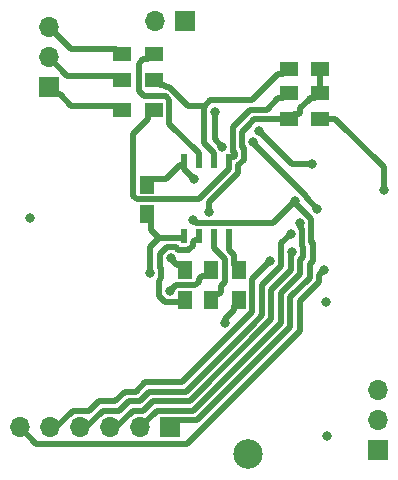
<source format=gbr>
G04 #@! TF.GenerationSoftware,KiCad,Pcbnew,(5.1.4)-1*
G04 #@! TF.CreationDate,2021-01-18T22:47:00+01:00*
G04 #@! TF.ProjectId,Atari XL s-video,41746172-6920-4584-9c20-732d76696465,rev?*
G04 #@! TF.SameCoordinates,Original*
G04 #@! TF.FileFunction,Copper,L4,Bot*
G04 #@! TF.FilePolarity,Positive*
%FSLAX46Y46*%
G04 Gerber Fmt 4.6, Leading zero omitted, Abs format (unit mm)*
G04 Created by KiCad (PCBNEW (5.1.4)-1) date 2021-01-18 22:47:00*
%MOMM*%
%LPD*%
G04 APERTURE LIST*
%ADD10C,2.499360*%
%ADD11R,1.700000X1.700000*%
%ADD12O,1.700000X1.700000*%
%ADD13R,1.250000X1.500000*%
%ADD14R,1.500000X1.300000*%
%ADD15R,0.508000X1.143000*%
%ADD16C,0.800000*%
%ADD17C,0.500000*%
G04 APERTURE END LIST*
D10*
X192100000Y-94716600D03*
D11*
X185496000Y-92456000D03*
D12*
X182956000Y-92456000D03*
X180416000Y-92456000D03*
X177876000Y-92456000D03*
X175336000Y-92456000D03*
X172796000Y-92456000D03*
D11*
X175260000Y-63652400D03*
D12*
X175260000Y-61112400D03*
X175260000Y-58572400D03*
D11*
X203149000Y-94361000D03*
D12*
X203149000Y-91821000D03*
X203149000Y-89281000D03*
X184252000Y-58064400D03*
D11*
X186792000Y-58064400D03*
D13*
X191338000Y-81691800D03*
X191338000Y-79191800D03*
X188976000Y-79191800D03*
X188976000Y-81691800D03*
X183566000Y-74427400D03*
X183566000Y-71927400D03*
X186842000Y-81691800D03*
X186842000Y-79191800D03*
D14*
X181479000Y-65633600D03*
X184179000Y-65633600D03*
X184179000Y-63093600D03*
X181479000Y-63093600D03*
X195576000Y-64211200D03*
X198276000Y-64211200D03*
X195576000Y-62153800D03*
X198276000Y-62153800D03*
X195576000Y-66344800D03*
X198276000Y-66344800D03*
X181454000Y-60858400D03*
X184154000Y-60858400D03*
D15*
X190525000Y-76301600D03*
X189255000Y-76301600D03*
X187985000Y-76301600D03*
X186715000Y-76301600D03*
X186715000Y-69951600D03*
X187985000Y-69951600D03*
X189255000Y-69951600D03*
X190525000Y-69951600D03*
D16*
X185516900Y-80945200D03*
X187585100Y-71482900D03*
X198831200Y-93192600D03*
X198750700Y-81887200D03*
X203631800Y-72390000D03*
X183863400Y-79430800D03*
X173659800Y-74752200D03*
X190171800Y-83620700D03*
X188867800Y-74229900D03*
X185642100Y-78165700D03*
X198569400Y-79187700D03*
X194022000Y-78429800D03*
X195753700Y-76085400D03*
X195875400Y-77627500D03*
X196514500Y-75204200D03*
X187460100Y-74937700D03*
X196094900Y-73308300D03*
X197582300Y-70167000D03*
X193075800Y-67345000D03*
X189980300Y-68716200D03*
X189348900Y-65745700D03*
X197998700Y-73961700D03*
X192545600Y-68344800D03*
D17*
X188976000Y-79191800D02*
X188601000Y-79691800D01*
X188601000Y-79691800D02*
X188351000Y-79691800D01*
X188351000Y-79691800D02*
X188247400Y-79691800D01*
X188247400Y-79691800D02*
X188101000Y-79838200D01*
X188101000Y-79838200D02*
X187967000Y-79972200D01*
X187967000Y-79972200D02*
X187967000Y-80148900D01*
X187967000Y-80148900D02*
X187674100Y-80441800D01*
X187674100Y-80441800D02*
X186009900Y-80441800D01*
X186009900Y-80441800D02*
X185717000Y-80734700D01*
X185717000Y-80734700D02*
X185516900Y-80934800D01*
X185516900Y-80934800D02*
X185516900Y-80945200D01*
X187585100Y-71482900D02*
X187574500Y-71482900D01*
X187574500Y-71482900D02*
X186865200Y-70773600D01*
X186865200Y-70773600D02*
X186718500Y-70626900D01*
X186718500Y-70626900D02*
X186715000Y-70623400D01*
X186715000Y-70623400D02*
X186715000Y-70523100D01*
X186715000Y-70523100D02*
X186715000Y-69951600D01*
X186715000Y-69951600D02*
X186711000Y-70273100D01*
X186711000Y-70273100D02*
X186461000Y-70273100D01*
X186461000Y-70273100D02*
X186357400Y-70273100D01*
X186357400Y-70273100D02*
X185203100Y-71427400D01*
X185203100Y-71427400D02*
X184191000Y-71427400D01*
X184191000Y-71427400D02*
X183941000Y-71427400D01*
X183941000Y-71427400D02*
X183566000Y-71927400D01*
X186192000Y-58064400D02*
X186792000Y-58064400D01*
X203149000Y-93761000D02*
X203149000Y-94361000D01*
X186792000Y-58064400D02*
X187392000Y-58664400D01*
X198276000Y-66344800D02*
X198776000Y-66744800D01*
X199526000Y-66344800D02*
X203631800Y-70450600D01*
X198276000Y-66344800D02*
X199526000Y-66344800D01*
X203631800Y-70450600D02*
X203631800Y-72390000D01*
X203631800Y-72390000D02*
X203631800Y-72390000D01*
X186715000Y-76301600D02*
X186711000Y-76429800D01*
X186711000Y-76429800D02*
X186461000Y-76429800D01*
X186461000Y-76429800D02*
X184625000Y-76429800D01*
X184625000Y-76429800D02*
X183863400Y-77191400D01*
X183863400Y-77191400D02*
X183863400Y-79430800D01*
X183566000Y-74427400D02*
X183941000Y-74927400D01*
X183941000Y-74927400D02*
X183941000Y-75177400D01*
X183941000Y-75177400D02*
X183941000Y-75745800D01*
X183941000Y-75745800D02*
X184625000Y-76429800D01*
X190171800Y-83620700D02*
X190171800Y-83336600D01*
X190171800Y-83336600D02*
X190963000Y-82545400D01*
X190963000Y-82545400D02*
X190963000Y-82441800D01*
X190963000Y-82441800D02*
X190963000Y-82191800D01*
X190963000Y-82191800D02*
X191338000Y-81691800D01*
X190525000Y-76301600D02*
X190525000Y-76873100D01*
X190525000Y-76873100D02*
X190525000Y-77456300D01*
X190525000Y-77456300D02*
X190951200Y-77882500D01*
X190951200Y-77882500D02*
X190951200Y-78326400D01*
X190951200Y-78326400D02*
X190963000Y-78338200D01*
X190963000Y-78338200D02*
X190963000Y-78441800D01*
X190963000Y-78441800D02*
X190963000Y-78691800D01*
X190963000Y-78691800D02*
X191338000Y-79191800D01*
X189255000Y-76301600D02*
X189255000Y-76873100D01*
X189255000Y-76873100D02*
X189255000Y-77317800D01*
X189255000Y-77317800D02*
X190151100Y-78213900D01*
X190151100Y-78213900D02*
X190151100Y-78463900D01*
X190151100Y-78463900D02*
X190151100Y-79463900D01*
X190151100Y-79463900D02*
X190151100Y-79713900D01*
X190151100Y-79713900D02*
X190151100Y-80169700D01*
X190151100Y-80169700D02*
X189851000Y-80469800D01*
X189851000Y-80469800D02*
X189851000Y-81045400D01*
X189851000Y-81045400D02*
X189704600Y-81191800D01*
X189704600Y-81191800D02*
X189601000Y-81191800D01*
X189601000Y-81191800D02*
X189351000Y-81191800D01*
X189351000Y-81191800D02*
X188976000Y-81691800D01*
X187985000Y-76301600D02*
X187981000Y-76623100D01*
X187981000Y-76623100D02*
X187731000Y-76623100D01*
X187731000Y-76623100D02*
X187627400Y-76623100D01*
X187627400Y-76623100D02*
X187481000Y-76769500D01*
X187481000Y-76769500D02*
X187480700Y-76769800D01*
X187480700Y-76769800D02*
X187480700Y-77085100D01*
X187480700Y-77085100D02*
X187181000Y-77384800D01*
X187181000Y-77384800D02*
X187142600Y-77423200D01*
X187142600Y-77423200D02*
X186942900Y-77423200D01*
X186942900Y-77423200D02*
X186487100Y-77423200D01*
X186487100Y-77423200D02*
X186238200Y-77423200D01*
X186238200Y-77423200D02*
X186034200Y-77219200D01*
X186034200Y-77219200D02*
X185250000Y-77219200D01*
X185250000Y-77219200D02*
X184695600Y-77773600D01*
X184695600Y-77773600D02*
X184695600Y-78557800D01*
X184695600Y-78557800D02*
X184695600Y-78919400D01*
X184695600Y-78919400D02*
X184813500Y-79037300D01*
X184813500Y-79037300D02*
X184813500Y-79824300D01*
X184813500Y-79824300D02*
X184566800Y-80071000D01*
X184566800Y-80071000D02*
X184566800Y-80551700D01*
X184566800Y-80551700D02*
X184566800Y-81338700D01*
X184566800Y-81338700D02*
X185123400Y-81895300D01*
X185123400Y-81895300D02*
X186217000Y-81895300D01*
X186217000Y-81895300D02*
X186467000Y-81895300D01*
X186467000Y-81895300D02*
X186842000Y-81691800D01*
X185642100Y-78165700D02*
X185642100Y-78220500D01*
X185642100Y-78220500D02*
X185967000Y-78545400D01*
X185967000Y-78545400D02*
X186113400Y-78691800D01*
X186113400Y-78691800D02*
X186217000Y-78691800D01*
X186217000Y-78691800D02*
X186467000Y-78691800D01*
X186467000Y-78691800D02*
X186842000Y-79191800D01*
X195576000Y-66344800D02*
X195076000Y-66394900D01*
X195076000Y-66394900D02*
X194826000Y-66394900D01*
X194826000Y-66394900D02*
X192682300Y-66394900D01*
X192682300Y-66394900D02*
X192125700Y-66951500D01*
X192125700Y-66951500D02*
X191642000Y-67435200D01*
X191642000Y-67435200D02*
X191642000Y-67970500D01*
X191642000Y-67970500D02*
X191642000Y-68719100D01*
X191642000Y-68719100D02*
X191642000Y-68719200D01*
X191642000Y-68719200D02*
X191782200Y-68859400D01*
X191782200Y-68859400D02*
X191782200Y-68911400D01*
X191782200Y-68911400D02*
X191819800Y-68949000D01*
X191819800Y-68949000D02*
X191819800Y-69811200D01*
X191819800Y-69811200D02*
X191329100Y-70301900D01*
X191329100Y-70301900D02*
X191329100Y-70751000D01*
X191329100Y-70751000D02*
X191321600Y-70758500D01*
X191321600Y-70758500D02*
X191321600Y-70958300D01*
X191321600Y-70958300D02*
X188867800Y-73412100D01*
X188867800Y-73412100D02*
X188867800Y-74229900D01*
X198276000Y-62153800D02*
X198276000Y-62553800D01*
X198276000Y-62553800D02*
X198276000Y-62803800D01*
X198276000Y-62803800D02*
X198276000Y-63561200D01*
X198276000Y-63561200D02*
X198276000Y-63811200D01*
X198276000Y-63811200D02*
X198276000Y-64211200D01*
X198276000Y-64211200D02*
X197776000Y-64611200D01*
X197776000Y-64611200D02*
X197526000Y-64611200D01*
X197526000Y-64611200D02*
X197422400Y-64611200D01*
X197422400Y-64611200D02*
X197276000Y-64757600D01*
X197276000Y-64757600D02*
X196576000Y-65457600D01*
X196576000Y-65457600D02*
X196576000Y-65798400D01*
X196576000Y-65798400D02*
X196429600Y-65944800D01*
X196429600Y-65944800D02*
X196326000Y-65944800D01*
X196326000Y-65944800D02*
X196076000Y-65944800D01*
X196076000Y-65944800D02*
X195576000Y-66344800D01*
X172796000Y-92456000D02*
X174196100Y-93856100D01*
X174196100Y-93856100D02*
X186118100Y-93856100D01*
X186118100Y-93856100D02*
X186573900Y-93856100D01*
X186573900Y-93856100D02*
X186984200Y-93856100D01*
X186984200Y-93856100D02*
X193847900Y-86992400D01*
X193847900Y-86992400D02*
X196513600Y-84326700D01*
X196513600Y-84326700D02*
X196513600Y-84076700D01*
X196513600Y-84076700D02*
X196513600Y-83076700D01*
X196513600Y-83076700D02*
X196513600Y-82826700D01*
X196513600Y-82826700D02*
X196513600Y-81826700D01*
X196513600Y-81826700D02*
X196513600Y-81807900D01*
X196513600Y-81807900D02*
X198172500Y-80149000D01*
X198172500Y-80149000D02*
X198172500Y-79584600D01*
X198172500Y-79584600D02*
X198569400Y-79187700D01*
X175336000Y-92456000D02*
X175896000Y-92456000D01*
X175896000Y-92456000D02*
X177296100Y-91055900D01*
X177296100Y-91055900D02*
X178704500Y-91055900D01*
X179504600Y-90255800D02*
X180913100Y-90255800D01*
X180913100Y-90255800D02*
X181713200Y-89455700D01*
X181713200Y-89455700D02*
X182623800Y-89455700D01*
X182623800Y-89455700D02*
X183423900Y-88655600D01*
X183423900Y-88655600D02*
X183673900Y-88655600D01*
X183673900Y-88655600D02*
X184873900Y-88655600D01*
X184873900Y-88655600D02*
X185123900Y-88655600D01*
X185123900Y-88655600D02*
X186527200Y-88655600D01*
X186527200Y-88655600D02*
X192190900Y-82991900D01*
X192190900Y-82991900D02*
X192513100Y-82669700D01*
X192513100Y-82669700D02*
X192513100Y-82419700D01*
X192513100Y-82419700D02*
X192513100Y-81419700D01*
X192513100Y-81419700D02*
X192513100Y-81169700D01*
X192513100Y-81169700D02*
X192513100Y-80169700D01*
X192513100Y-80169700D02*
X192513100Y-79938700D01*
X192513100Y-79938700D02*
X194022000Y-78429800D01*
X178704500Y-91055900D02*
X179504600Y-90255800D01*
X177876000Y-92456000D02*
X178436000Y-92456000D01*
X178436000Y-92456000D02*
X179836100Y-91055900D01*
X179836100Y-91055900D02*
X181244500Y-91055900D01*
X181244500Y-91055900D02*
X182044600Y-90255800D01*
X182044600Y-90255800D02*
X182955200Y-90255800D01*
X182955200Y-90255800D02*
X183755300Y-89455700D01*
X183755300Y-89455700D02*
X184005300Y-89455700D01*
X184005300Y-89455700D02*
X185205300Y-89455700D01*
X185205300Y-89455700D02*
X185455300Y-89455700D01*
X185455300Y-89455700D02*
X186858600Y-89455700D01*
X186858600Y-89455700D02*
X192522300Y-83792000D01*
X192522300Y-83792000D02*
X193313200Y-83001100D01*
X193313200Y-83001100D02*
X193313200Y-82751100D01*
X193313200Y-82751100D02*
X193313200Y-81751100D01*
X193313200Y-81751100D02*
X193313200Y-81501100D01*
X193313200Y-81501100D02*
X193313200Y-80501100D01*
X193313200Y-80501100D02*
X193313200Y-80466400D01*
X193313200Y-80466400D02*
X194960900Y-78818700D01*
X194960900Y-78818700D02*
X194960900Y-78040900D01*
X194960900Y-78040900D02*
X194936500Y-78016500D01*
X194936500Y-78016500D02*
X194936500Y-78016400D01*
X194936500Y-78016400D02*
X194936500Y-77238600D01*
X194936500Y-77238600D02*
X194936500Y-76902600D01*
X194936500Y-76902600D02*
X195753700Y-76085400D01*
X195772200Y-79154800D02*
X195772200Y-77730700D01*
X195772200Y-77730700D02*
X195875400Y-77627500D01*
X194113300Y-80813700D02*
X195772200Y-79154800D01*
X194113300Y-83332500D02*
X194113300Y-80813700D01*
X180976000Y-92456000D02*
X182376100Y-91055900D01*
X180416000Y-92456000D02*
X180976000Y-92456000D01*
X182376100Y-91055900D02*
X183286600Y-91055900D01*
X183286600Y-91055900D02*
X184086700Y-90255800D01*
X184086700Y-90255800D02*
X187190000Y-90255800D01*
X187190000Y-90255800D02*
X194113300Y-83332500D01*
X196514500Y-75204200D02*
X196514500Y-75502600D01*
X196514500Y-75502600D02*
X196703800Y-75691900D01*
X196703800Y-75691900D02*
X196703800Y-77112300D01*
X196703800Y-77112300D02*
X196825500Y-77234000D01*
X196825500Y-77234000D02*
X196825500Y-78021000D01*
X196825500Y-78021000D02*
X196572300Y-78274200D01*
X196572300Y-78274200D02*
X196572300Y-79486200D01*
X196572300Y-79486200D02*
X194913400Y-81145100D01*
X194913400Y-81145100D02*
X194913400Y-83663900D01*
X194913400Y-83663900D02*
X193185100Y-85392200D01*
X193185100Y-85392200D02*
X187521400Y-91055900D01*
X187521400Y-91055900D02*
X184418100Y-91055900D01*
X184418100Y-91055900D02*
X183018000Y-92456000D01*
X183018000Y-92456000D02*
X182956000Y-92456000D01*
X187460100Y-74937700D02*
X187702400Y-75180000D01*
X187702400Y-75180000D02*
X188474300Y-75180000D01*
X188474300Y-75180000D02*
X189261300Y-75180000D01*
X189261300Y-75180000D02*
X194223200Y-75180000D01*
X194223200Y-75180000D02*
X196094900Y-73308300D01*
X185496000Y-92456000D02*
X186096000Y-91856000D01*
X186096000Y-91856000D02*
X186346000Y-91856000D01*
X186346000Y-91856000D02*
X187852800Y-91856000D01*
X187852800Y-91856000D02*
X193516500Y-86192300D01*
X193516500Y-86192300D02*
X195713500Y-83995300D01*
X195713500Y-83995300D02*
X195713500Y-83745300D01*
X195713500Y-83745300D02*
X195713500Y-82745300D01*
X195713500Y-82745300D02*
X195713500Y-82495300D01*
X195713500Y-82495300D02*
X195713500Y-81495300D01*
X195713500Y-81495300D02*
X195713500Y-81476500D01*
X195713500Y-81476500D02*
X197372400Y-79817600D01*
X197372400Y-79817600D02*
X197372400Y-78605700D01*
X197372400Y-78605700D02*
X197625600Y-78352500D01*
X197625600Y-78352500D02*
X197625600Y-76902500D01*
X197625600Y-76902500D02*
X197503900Y-76780800D01*
X197503900Y-76780800D02*
X197503900Y-75360400D01*
X197503900Y-75360400D02*
X197464600Y-75321100D01*
X197464600Y-75321100D02*
X197464600Y-74810700D01*
X197464600Y-74810700D02*
X196094900Y-73441000D01*
X196094900Y-73441000D02*
X196094900Y-73308300D01*
X181454000Y-60858400D02*
X180954000Y-60458400D01*
X180954000Y-60458400D02*
X180704000Y-60458400D01*
X180704000Y-60458400D02*
X177146000Y-60458400D01*
X177146000Y-60458400D02*
X175260000Y-58572400D01*
X181479000Y-63093600D02*
X180979000Y-62693600D01*
X180979000Y-62693600D02*
X180729000Y-62693600D01*
X180729000Y-62693600D02*
X176841200Y-62693600D01*
X176841200Y-62693600D02*
X175260000Y-61112400D01*
X181479000Y-65633600D02*
X180979000Y-65233600D01*
X180979000Y-65233600D02*
X180729000Y-65233600D01*
X180729000Y-65233600D02*
X177194800Y-65233600D01*
X177194800Y-65233600D02*
X176213600Y-64252400D01*
X176213600Y-64252400D02*
X176110000Y-64252400D01*
X176110000Y-64252400D02*
X175860000Y-64252400D01*
X175860000Y-64252400D02*
X175260000Y-63652400D01*
X197582300Y-70167000D02*
X195897800Y-70167000D01*
X195897800Y-70167000D02*
X193075800Y-67345000D01*
X189980300Y-68716200D02*
X189348900Y-68084800D01*
X189348900Y-68084800D02*
X189348900Y-65745700D01*
X197998700Y-73961700D02*
X197045000Y-73008000D01*
X197045000Y-73008000D02*
X197045000Y-72914800D01*
X197045000Y-72914800D02*
X192545600Y-68415400D01*
X192545600Y-68415400D02*
X192545600Y-68344800D01*
X184179000Y-65633600D02*
X183679000Y-66033600D01*
X183679000Y-66033600D02*
X183679000Y-66283600D01*
X183679000Y-66283600D02*
X183679000Y-66387200D01*
X183679000Y-66387200D02*
X182390900Y-67675300D01*
X182390900Y-67675300D02*
X182390900Y-72199500D01*
X182390900Y-72199500D02*
X182390900Y-72655300D01*
X182390900Y-72655300D02*
X182390900Y-72834400D01*
X182390900Y-72834400D02*
X182441000Y-72884500D01*
X182441000Y-72884500D02*
X182733900Y-73177400D01*
X182733900Y-73177400D02*
X183983900Y-73177400D01*
X183983900Y-73177400D02*
X184398100Y-73177400D01*
X184398100Y-73177400D02*
X187971000Y-73177400D01*
X187971000Y-73177400D02*
X190374800Y-70773600D01*
X190374800Y-70773600D02*
X190521500Y-70626900D01*
X190521500Y-70626900D02*
X190521500Y-70526600D01*
X190521500Y-70526600D02*
X190525000Y-70523100D01*
X190525000Y-70523100D02*
X190525000Y-69951600D01*
X190525000Y-69951600D02*
X190529000Y-69630100D01*
X190529000Y-69630100D02*
X190779000Y-69630100D01*
X190779000Y-69630100D02*
X190882600Y-69630100D01*
X190882600Y-69630100D02*
X191029000Y-69483700D01*
X191029000Y-69483700D02*
X191029000Y-69276500D01*
X191029000Y-69276500D02*
X190885400Y-69132900D01*
X190885400Y-69132900D02*
X190885400Y-69032500D01*
X190885400Y-69032500D02*
X190885400Y-67657100D01*
X190885400Y-67657100D02*
X190885400Y-67060200D01*
X190885400Y-67060200D02*
X191325600Y-66620000D01*
X191325600Y-66620000D02*
X192350800Y-65594800D01*
X192350800Y-65594800D02*
X193738800Y-65594800D01*
X193738800Y-65594800D02*
X194722400Y-64611200D01*
X194722400Y-64611200D02*
X194826000Y-64611200D01*
X194826000Y-64611200D02*
X195076000Y-64611200D01*
X195076000Y-64611200D02*
X195576000Y-64211200D01*
X184179000Y-63093600D02*
X184679000Y-63493600D01*
X184679000Y-63493600D02*
X184929000Y-63493600D01*
X184929000Y-63493600D02*
X185032600Y-63493600D01*
X185032600Y-63493600D02*
X185172400Y-63633400D01*
X185172400Y-63633400D02*
X185488300Y-63633400D01*
X185488300Y-63633400D02*
X187096300Y-65241400D01*
X187096300Y-65241400D02*
X188372900Y-65241400D01*
X189255000Y-69951600D02*
X189255000Y-69380100D01*
X189255000Y-69380100D02*
X189251300Y-69376400D01*
X189251300Y-69376400D02*
X189251300Y-69276400D01*
X189251300Y-69276400D02*
X188372900Y-68398000D01*
X188372900Y-68398000D02*
X188372900Y-65241400D01*
X195576000Y-62153800D02*
X195076000Y-62553800D01*
X195076000Y-62553800D02*
X194826000Y-62553800D01*
X194826000Y-62553800D02*
X194722400Y-62553800D01*
X194722400Y-62553800D02*
X192481500Y-64794700D01*
X192481500Y-64794700D02*
X192019400Y-64794700D01*
X192019400Y-64794700D02*
X192018500Y-64795600D01*
X192018500Y-64795600D02*
X188955400Y-64795600D01*
X188955400Y-64795600D02*
X188509600Y-65241400D01*
X188509600Y-65241400D02*
X188372900Y-65241400D01*
X187985000Y-69951600D02*
X187985000Y-69380100D01*
X187985000Y-69380100D02*
X187981500Y-69376600D01*
X187981500Y-69376600D02*
X187981500Y-69276300D01*
X187981500Y-69276300D02*
X185479100Y-66773900D01*
X185479100Y-66773900D02*
X185479100Y-64755700D01*
X185479100Y-64755700D02*
X185156900Y-64433500D01*
X185156900Y-64433500D02*
X184906900Y-64433500D01*
X184906900Y-64433500D02*
X183906900Y-64433500D01*
X183906900Y-64433500D02*
X183656900Y-64433500D01*
X183656900Y-64433500D02*
X183340900Y-64433500D01*
X183340900Y-64433500D02*
X183201100Y-64293700D01*
X183201100Y-64293700D02*
X182878900Y-63971500D01*
X182878900Y-63971500D02*
X182878900Y-62671500D01*
X182878900Y-62671500D02*
X182878900Y-62215700D01*
X182878900Y-62215700D02*
X182878900Y-61679900D01*
X182878900Y-61679900D02*
X183154000Y-61404800D01*
X183154000Y-61404800D02*
X183300400Y-61258400D01*
X183300400Y-61258400D02*
X183404000Y-61258400D01*
X183404000Y-61258400D02*
X183654000Y-61258400D01*
X183654000Y-61258400D02*
X184154000Y-60858400D01*
M02*

</source>
